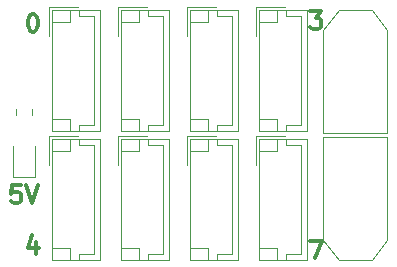
<source format=gbr>
G04 #@! TF.GenerationSoftware,KiCad,Pcbnew,(5.1.4)-1*
G04 #@! TF.CreationDate,2021-10-23T09:50:45-05:00*
G04 #@! TF.ProjectId,FadecandyHatV1.0,46616465-6361-46e6-9479-48617456312e,rev?*
G04 #@! TF.SameCoordinates,Original*
G04 #@! TF.FileFunction,Legend,Top*
G04 #@! TF.FilePolarity,Positive*
%FSLAX46Y46*%
G04 Gerber Fmt 4.6, Leading zero omitted, Abs format (unit mm)*
G04 Created by KiCad (PCBNEW (5.1.4)-1) date 2021-10-23 09:50:45*
%MOMM*%
%LPD*%
G04 APERTURE LIST*
%ADD10C,0.300000*%
%ADD11C,0.120000*%
G04 APERTURE END LIST*
D10*
X6699285Y-15688571D02*
X5985000Y-15688571D01*
X5913571Y-16402857D01*
X5985000Y-16331428D01*
X6127857Y-16260000D01*
X6485000Y-16260000D01*
X6627857Y-16331428D01*
X6699285Y-16402857D01*
X6770714Y-16545714D01*
X6770714Y-16902857D01*
X6699285Y-17045714D01*
X6627857Y-17117142D01*
X6485000Y-17188571D01*
X6127857Y-17188571D01*
X5985000Y-17117142D01*
X5913571Y-17045714D01*
X7199285Y-15688571D02*
X7699285Y-17188571D01*
X8199285Y-15688571D01*
X31250000Y-956571D02*
X32178571Y-956571D01*
X31678571Y-1528000D01*
X31892857Y-1528000D01*
X32035714Y-1599428D01*
X32107142Y-1670857D01*
X32178571Y-1813714D01*
X32178571Y-2170857D01*
X32107142Y-2313714D01*
X32035714Y-2385142D01*
X31892857Y-2456571D01*
X31464285Y-2456571D01*
X31321428Y-2385142D01*
X31250000Y-2313714D01*
X31250000Y-20387571D02*
X32250000Y-20387571D01*
X31607142Y-21887571D01*
X8035714Y-20506571D02*
X8035714Y-21506571D01*
X7678571Y-19935142D02*
X7321428Y-21006571D01*
X8250000Y-21006571D01*
X7821428Y-1178571D02*
X7678571Y-1178571D01*
X7535714Y-1250000D01*
X7464285Y-1321428D01*
X7392857Y-1464285D01*
X7321428Y-1750000D01*
X7321428Y-2107142D01*
X7392857Y-2392857D01*
X7464285Y-2535714D01*
X7535714Y-2607142D01*
X7678571Y-2678571D01*
X7821428Y-2678571D01*
X7964285Y-2607142D01*
X8035714Y-2535714D01*
X8107142Y-2392857D01*
X8178571Y-2107142D01*
X8178571Y-1750000D01*
X8107142Y-1464285D01*
X8035714Y-1321428D01*
X7964285Y-1250000D01*
X7821428Y-1178571D01*
D11*
X6025000Y-12335000D02*
X6025000Y-15020000D01*
X6025000Y-15020000D02*
X7945000Y-15020000D01*
X7945000Y-15020000D02*
X7945000Y-12335000D01*
X13394000Y-859000D02*
X9374000Y-859000D01*
X9374000Y-859000D02*
X9374000Y-11079000D01*
X9374000Y-11079000D02*
X13394000Y-11079000D01*
X13394000Y-11079000D02*
X13394000Y-859000D01*
X11684000Y-859000D02*
X11684000Y-1359000D01*
X11684000Y-1359000D02*
X12894000Y-1359000D01*
X12894000Y-1359000D02*
X12894000Y-10579000D01*
X12894000Y-10579000D02*
X11684000Y-10579000D01*
X11684000Y-10579000D02*
X11684000Y-11079000D01*
X10874000Y-859000D02*
X10874000Y-1859000D01*
X10874000Y-1859000D02*
X9374000Y-1859000D01*
X10874000Y-11079000D02*
X10874000Y-10079000D01*
X10874000Y-10079000D02*
X9374000Y-10079000D01*
X11574000Y-559000D02*
X9074000Y-559000D01*
X9074000Y-559000D02*
X9074000Y-3059000D01*
X37762000Y-2546000D02*
X37762000Y-11266000D01*
X37762000Y-11266000D02*
X32342000Y-11266000D01*
X32342000Y-2546000D02*
X32342000Y-11266000D01*
X36462000Y-846000D02*
X37762000Y-2546000D01*
X33642000Y-846000D02*
X32342000Y-2546000D01*
X36462000Y-846000D02*
X33642000Y-846000D01*
X14916000Y-559000D02*
X14916000Y-3059000D01*
X17416000Y-559000D02*
X14916000Y-559000D01*
X16716000Y-10079000D02*
X15216000Y-10079000D01*
X16716000Y-11079000D02*
X16716000Y-10079000D01*
X16716000Y-1859000D02*
X15216000Y-1859000D01*
X16716000Y-859000D02*
X16716000Y-1859000D01*
X17526000Y-10579000D02*
X17526000Y-11079000D01*
X18736000Y-10579000D02*
X17526000Y-10579000D01*
X18736000Y-1359000D02*
X18736000Y-10579000D01*
X17526000Y-1359000D02*
X18736000Y-1359000D01*
X17526000Y-859000D02*
X17526000Y-1359000D01*
X19236000Y-11079000D02*
X19236000Y-859000D01*
X15216000Y-11079000D02*
X19236000Y-11079000D01*
X15216000Y-859000D02*
X15216000Y-11079000D01*
X19236000Y-859000D02*
X15216000Y-859000D01*
X32342000Y-20314000D02*
X32342000Y-11594000D01*
X32342000Y-11594000D02*
X37762000Y-11594000D01*
X37762000Y-20314000D02*
X37762000Y-11594000D01*
X33642000Y-22014000D02*
X32342000Y-20314000D01*
X36462000Y-22014000D02*
X37762000Y-20314000D01*
X33642000Y-22014000D02*
X36462000Y-22014000D01*
X20758000Y-559000D02*
X20758000Y-3059000D01*
X23258000Y-559000D02*
X20758000Y-559000D01*
X22558000Y-10079000D02*
X21058000Y-10079000D01*
X22558000Y-11079000D02*
X22558000Y-10079000D01*
X22558000Y-1859000D02*
X21058000Y-1859000D01*
X22558000Y-859000D02*
X22558000Y-1859000D01*
X23368000Y-10579000D02*
X23368000Y-11079000D01*
X24578000Y-10579000D02*
X23368000Y-10579000D01*
X24578000Y-1359000D02*
X24578000Y-10579000D01*
X23368000Y-1359000D02*
X24578000Y-1359000D01*
X23368000Y-859000D02*
X23368000Y-1359000D01*
X25078000Y-11079000D02*
X25078000Y-859000D01*
X21058000Y-11079000D02*
X25078000Y-11079000D01*
X21058000Y-859000D02*
X21058000Y-11079000D01*
X25078000Y-859000D02*
X21058000Y-859000D01*
X30920000Y-859000D02*
X26900000Y-859000D01*
X26900000Y-859000D02*
X26900000Y-11079000D01*
X26900000Y-11079000D02*
X30920000Y-11079000D01*
X30920000Y-11079000D02*
X30920000Y-859000D01*
X29210000Y-859000D02*
X29210000Y-1359000D01*
X29210000Y-1359000D02*
X30420000Y-1359000D01*
X30420000Y-1359000D02*
X30420000Y-10579000D01*
X30420000Y-10579000D02*
X29210000Y-10579000D01*
X29210000Y-10579000D02*
X29210000Y-11079000D01*
X28400000Y-859000D02*
X28400000Y-1859000D01*
X28400000Y-1859000D02*
X26900000Y-1859000D01*
X28400000Y-11079000D02*
X28400000Y-10079000D01*
X28400000Y-10079000D02*
X26900000Y-10079000D01*
X29100000Y-559000D02*
X26600000Y-559000D01*
X26600000Y-559000D02*
X26600000Y-3059000D01*
X13394000Y-11781000D02*
X9374000Y-11781000D01*
X9374000Y-11781000D02*
X9374000Y-22001000D01*
X9374000Y-22001000D02*
X13394000Y-22001000D01*
X13394000Y-22001000D02*
X13394000Y-11781000D01*
X11684000Y-11781000D02*
X11684000Y-12281000D01*
X11684000Y-12281000D02*
X12894000Y-12281000D01*
X12894000Y-12281000D02*
X12894000Y-21501000D01*
X12894000Y-21501000D02*
X11684000Y-21501000D01*
X11684000Y-21501000D02*
X11684000Y-22001000D01*
X10874000Y-11781000D02*
X10874000Y-12781000D01*
X10874000Y-12781000D02*
X9374000Y-12781000D01*
X10874000Y-22001000D02*
X10874000Y-21001000D01*
X10874000Y-21001000D02*
X9374000Y-21001000D01*
X11574000Y-11481000D02*
X9074000Y-11481000D01*
X9074000Y-11481000D02*
X9074000Y-13981000D01*
X14916000Y-11481000D02*
X14916000Y-13981000D01*
X17416000Y-11481000D02*
X14916000Y-11481000D01*
X16716000Y-21001000D02*
X15216000Y-21001000D01*
X16716000Y-22001000D02*
X16716000Y-21001000D01*
X16716000Y-12781000D02*
X15216000Y-12781000D01*
X16716000Y-11781000D02*
X16716000Y-12781000D01*
X17526000Y-21501000D02*
X17526000Y-22001000D01*
X18736000Y-21501000D02*
X17526000Y-21501000D01*
X18736000Y-12281000D02*
X18736000Y-21501000D01*
X17526000Y-12281000D02*
X18736000Y-12281000D01*
X17526000Y-11781000D02*
X17526000Y-12281000D01*
X19236000Y-22001000D02*
X19236000Y-11781000D01*
X15216000Y-22001000D02*
X19236000Y-22001000D01*
X15216000Y-11781000D02*
X15216000Y-22001000D01*
X19236000Y-11781000D02*
X15216000Y-11781000D01*
X25078000Y-11781000D02*
X21058000Y-11781000D01*
X21058000Y-11781000D02*
X21058000Y-22001000D01*
X21058000Y-22001000D02*
X25078000Y-22001000D01*
X25078000Y-22001000D02*
X25078000Y-11781000D01*
X23368000Y-11781000D02*
X23368000Y-12281000D01*
X23368000Y-12281000D02*
X24578000Y-12281000D01*
X24578000Y-12281000D02*
X24578000Y-21501000D01*
X24578000Y-21501000D02*
X23368000Y-21501000D01*
X23368000Y-21501000D02*
X23368000Y-22001000D01*
X22558000Y-11781000D02*
X22558000Y-12781000D01*
X22558000Y-12781000D02*
X21058000Y-12781000D01*
X22558000Y-22001000D02*
X22558000Y-21001000D01*
X22558000Y-21001000D02*
X21058000Y-21001000D01*
X23258000Y-11481000D02*
X20758000Y-11481000D01*
X20758000Y-11481000D02*
X20758000Y-13981000D01*
X26600000Y-11481000D02*
X26600000Y-13981000D01*
X29100000Y-11481000D02*
X26600000Y-11481000D01*
X28400000Y-21001000D02*
X26900000Y-21001000D01*
X28400000Y-22001000D02*
X28400000Y-21001000D01*
X28400000Y-12781000D02*
X26900000Y-12781000D01*
X28400000Y-11781000D02*
X28400000Y-12781000D01*
X29210000Y-21501000D02*
X29210000Y-22001000D01*
X30420000Y-21501000D02*
X29210000Y-21501000D01*
X30420000Y-12281000D02*
X30420000Y-21501000D01*
X29210000Y-12281000D02*
X30420000Y-12281000D01*
X29210000Y-11781000D02*
X29210000Y-12281000D01*
X30920000Y-22001000D02*
X30920000Y-11781000D01*
X26900000Y-22001000D02*
X30920000Y-22001000D01*
X26900000Y-11781000D02*
X26900000Y-22001000D01*
X30920000Y-11781000D02*
X26900000Y-11781000D01*
X6275000Y-9266422D02*
X6275000Y-9783578D01*
X7695000Y-9266422D02*
X7695000Y-9783578D01*
M02*

</source>
